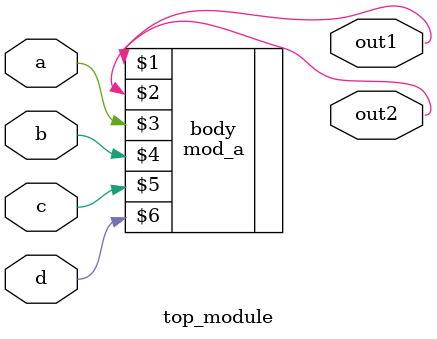
<source format=v>

module top_module ( 
    input a, 
    input b, 
    input c,
    input d,
    output out1,
    output out2
);
//by position
mod_a body(out1,
           out2,
           a,
           b,
           c,
           d
           );

endmodule
</source>
